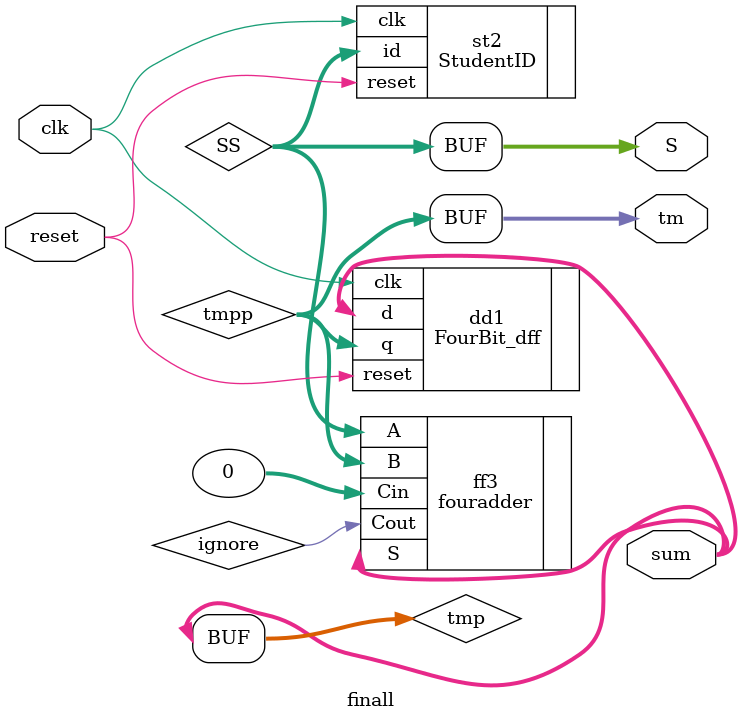
<source format=sv>
module finall(
    input clk,
    input reset,
    output [3:0] S,
	 output [3:0]sum,
	 output [3:0] tm
);
logic [3:0] tmp, SS , tmpp;
logic ignore;
    FourBit_dff dd1(
        .clk(clk),
        .reset(reset),
        .d(tmp),
        .q(tmpp)
    );
    StudentID st2(
        .clk(clk) ,
        .reset(reset),
        .id(SS)
    );
	 fouradder ff3(
        .A(SS),
        .B(tmpp),
        .Cin(0),
        .Cout(ignore),
        .S(sum)
   );
	assign tmp = sum;
	assign tm = tmpp;
	assign S = SS;
  
	endmodule


</source>
